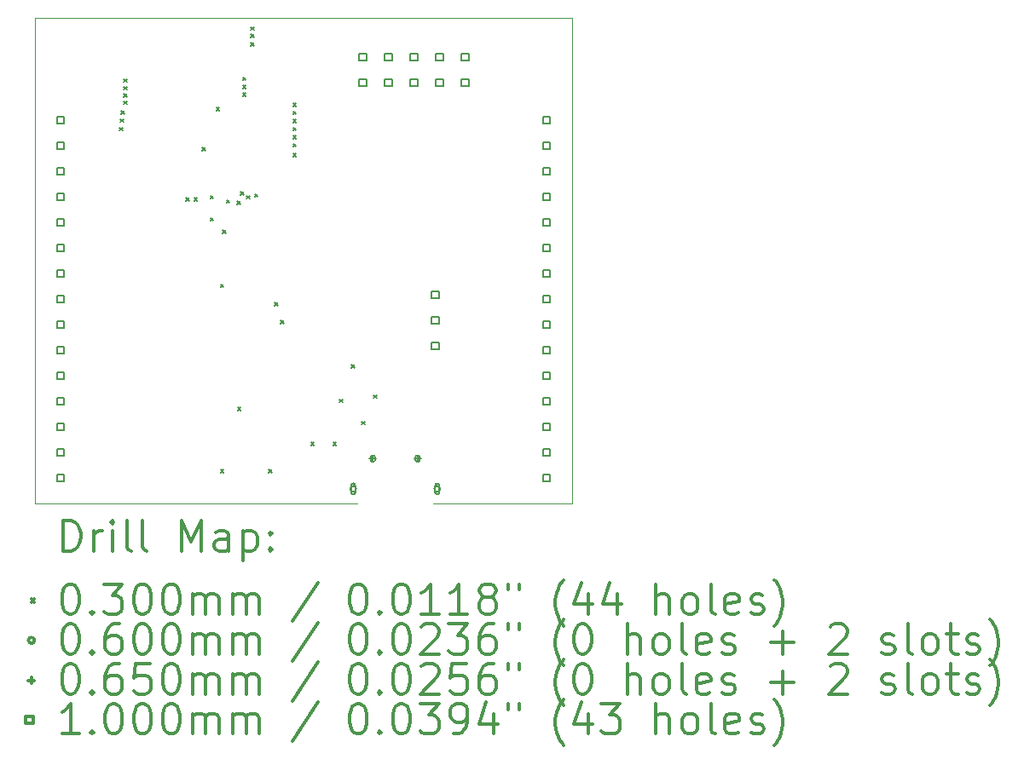
<source format=gbr>
%FSLAX45Y45*%
G04 Gerber Fmt 4.5, Leading zero omitted, Abs format (unit mm)*
G04 Created by KiCad (PCBNEW (5.1.10)-1) date 2021-12-04 16:45:13*
%MOMM*%
%LPD*%
G01*
G04 APERTURE LIST*
%TA.AperFunction,Profile*%
%ADD10C,0.038100*%
%TD*%
%ADD11C,0.200000*%
%ADD12C,0.300000*%
G04 APERTURE END LIST*
D10*
X6604000Y-10922000D02*
X6495000Y-10922000D01*
X5722000Y-10922000D02*
X5745000Y-10922000D01*
X5588000Y-10922000D02*
X5722000Y-10922000D01*
X2540000Y-10922000D02*
X5588000Y-10922000D01*
X7874000Y-10922000D02*
X6604000Y-10922000D01*
X7874000Y-6096000D02*
X7874000Y-10922000D01*
X2540000Y-6096000D02*
X7874000Y-6096000D01*
X2540000Y-10922000D02*
X2540000Y-6096000D01*
D11*
X3385000Y-7185000D02*
X3415000Y-7215000D01*
X3415000Y-7185000D02*
X3385000Y-7215000D01*
X3392158Y-7099829D02*
X3422158Y-7129829D01*
X3422158Y-7099829D02*
X3392158Y-7129829D01*
X3400497Y-7020497D02*
X3430497Y-7050497D01*
X3430497Y-7020497D02*
X3400497Y-7050497D01*
X3425000Y-6705000D02*
X3455000Y-6735000D01*
X3455000Y-6705000D02*
X3425000Y-6735000D01*
X3425000Y-6777700D02*
X3455000Y-6807700D01*
X3455000Y-6777700D02*
X3425000Y-6807700D01*
X3425000Y-6850401D02*
X3455000Y-6880401D01*
X3455000Y-6850401D02*
X3425000Y-6880401D01*
X3425000Y-6925000D02*
X3455000Y-6955000D01*
X3455000Y-6925000D02*
X3425000Y-6955000D01*
X4045000Y-7885000D02*
X4075000Y-7915000D01*
X4075000Y-7885000D02*
X4045000Y-7915000D01*
X4125000Y-7885000D02*
X4155000Y-7915000D01*
X4155000Y-7885000D02*
X4125000Y-7915000D01*
X4205000Y-7385000D02*
X4235000Y-7415000D01*
X4235000Y-7385000D02*
X4205000Y-7415000D01*
X4285000Y-7865000D02*
X4315000Y-7895000D01*
X4315000Y-7865000D02*
X4285000Y-7895000D01*
X4285000Y-8085000D02*
X4315000Y-8115000D01*
X4315000Y-8085000D02*
X4285000Y-8115000D01*
X4345000Y-6985000D02*
X4375000Y-7015000D01*
X4375000Y-6985000D02*
X4345000Y-7015000D01*
X4385000Y-8745000D02*
X4415000Y-8775000D01*
X4415000Y-8745000D02*
X4385000Y-8775000D01*
X4385000Y-10585000D02*
X4415000Y-10615000D01*
X4415000Y-10585000D02*
X4385000Y-10615000D01*
X4405000Y-8205000D02*
X4435000Y-8235000D01*
X4435000Y-8205000D02*
X4405000Y-8235000D01*
X4445000Y-7905000D02*
X4475000Y-7935000D01*
X4475000Y-7905000D02*
X4445000Y-7935000D01*
X4552355Y-7917645D02*
X4582355Y-7947645D01*
X4582355Y-7917645D02*
X4552355Y-7947645D01*
X4555000Y-9965000D02*
X4585000Y-9995000D01*
X4585000Y-9965000D02*
X4555000Y-9995000D01*
X4584510Y-7824673D02*
X4614510Y-7854673D01*
X4614510Y-7824673D02*
X4584510Y-7854673D01*
X4605000Y-6685000D02*
X4635000Y-6715000D01*
X4635000Y-6685000D02*
X4605000Y-6715000D01*
X4605000Y-6765000D02*
X4635000Y-6795000D01*
X4635000Y-6765000D02*
X4605000Y-6795000D01*
X4605000Y-6845000D02*
X4635000Y-6875000D01*
X4635000Y-6845000D02*
X4605000Y-6875000D01*
X4645000Y-7865000D02*
X4675000Y-7895000D01*
X4675000Y-7865000D02*
X4645000Y-7895000D01*
X4685000Y-6185000D02*
X4715000Y-6215000D01*
X4715000Y-6185000D02*
X4685000Y-6215000D01*
X4685000Y-6257700D02*
X4715000Y-6287700D01*
X4715000Y-6257700D02*
X4685000Y-6287700D01*
X4685000Y-6345000D02*
X4715000Y-6375000D01*
X4715000Y-6345000D02*
X4685000Y-6375000D01*
X4725000Y-7845000D02*
X4755000Y-7875000D01*
X4755000Y-7845000D02*
X4725000Y-7875000D01*
X4865000Y-10585000D02*
X4895000Y-10615000D01*
X4895000Y-10585000D02*
X4865000Y-10615000D01*
X4925000Y-8925000D02*
X4955000Y-8955000D01*
X4955000Y-8925000D02*
X4925000Y-8955000D01*
X4985000Y-9105000D02*
X5015000Y-9135000D01*
X5015000Y-9105000D02*
X4985000Y-9135000D01*
X5105000Y-6945000D02*
X5135000Y-6975000D01*
X5135000Y-6945000D02*
X5105000Y-6975000D01*
X5105000Y-7025000D02*
X5135000Y-7055000D01*
X5135000Y-7025000D02*
X5105000Y-7055000D01*
X5105000Y-7105000D02*
X5135000Y-7135000D01*
X5135000Y-7105000D02*
X5105000Y-7135000D01*
X5105000Y-7185000D02*
X5135000Y-7215000D01*
X5135000Y-7185000D02*
X5105000Y-7215000D01*
X5105000Y-7265000D02*
X5135000Y-7295000D01*
X5135000Y-7265000D02*
X5105000Y-7295000D01*
X5105000Y-7345000D02*
X5135000Y-7375000D01*
X5135000Y-7345000D02*
X5105000Y-7375000D01*
X5105000Y-7445000D02*
X5135000Y-7475000D01*
X5135000Y-7445000D02*
X5105000Y-7475000D01*
X5285000Y-10315000D02*
X5315000Y-10345000D01*
X5315000Y-10315000D02*
X5285000Y-10345000D01*
X5505000Y-10315000D02*
X5535000Y-10345000D01*
X5535000Y-10315000D02*
X5505000Y-10345000D01*
X5565000Y-9885000D02*
X5595000Y-9915000D01*
X5595000Y-9885000D02*
X5565000Y-9915000D01*
X5685000Y-9545000D02*
X5715000Y-9575000D01*
X5715000Y-9545000D02*
X5685000Y-9575000D01*
X5785000Y-10105000D02*
X5815000Y-10135000D01*
X5815000Y-10105000D02*
X5785000Y-10135000D01*
X5905000Y-9845000D02*
X5935000Y-9875000D01*
X5935000Y-9845000D02*
X5905000Y-9875000D01*
X5732500Y-10777000D02*
G75*
G03*
X5732500Y-10777000I-30000J0D01*
G01*
X5682500Y-10742000D02*
X5682500Y-10812000D01*
X5722500Y-10742000D02*
X5722500Y-10812000D01*
X5682500Y-10812000D02*
G75*
G03*
X5722500Y-10812000I20000J0D01*
G01*
X5722500Y-10742000D02*
G75*
G03*
X5682500Y-10742000I-20000J0D01*
G01*
X6567500Y-10777000D02*
G75*
G03*
X6567500Y-10777000I-30000J0D01*
G01*
X6517500Y-10742000D02*
X6517500Y-10812000D01*
X6557500Y-10742000D02*
X6557500Y-10812000D01*
X6517500Y-10812000D02*
G75*
G03*
X6557500Y-10812000I20000J0D01*
G01*
X6557500Y-10742000D02*
G75*
G03*
X6517500Y-10742000I-20000J0D01*
G01*
X5897500Y-10444500D02*
X5897500Y-10509500D01*
X5865000Y-10477000D02*
X5930000Y-10477000D01*
X5875000Y-10467000D02*
X5875000Y-10487000D01*
X5920000Y-10467000D02*
X5920000Y-10487000D01*
X5875000Y-10487000D02*
G75*
G03*
X5920000Y-10487000I22500J0D01*
G01*
X5920000Y-10467000D02*
G75*
G03*
X5875000Y-10467000I-22500J0D01*
G01*
X6342500Y-10444500D02*
X6342500Y-10509500D01*
X6310000Y-10477000D02*
X6375000Y-10477000D01*
X6320000Y-10467000D02*
X6320000Y-10487000D01*
X6365000Y-10467000D02*
X6365000Y-10487000D01*
X6320000Y-10487000D02*
G75*
G03*
X6365000Y-10487000I22500J0D01*
G01*
X6365000Y-10467000D02*
G75*
G03*
X6320000Y-10467000I-22500J0D01*
G01*
X2829356Y-7147356D02*
X2829356Y-7076644D01*
X2758644Y-7076644D01*
X2758644Y-7147356D01*
X2829356Y-7147356D01*
X2829356Y-7401356D02*
X2829356Y-7330644D01*
X2758644Y-7330644D01*
X2758644Y-7401356D01*
X2829356Y-7401356D01*
X2829356Y-7655356D02*
X2829356Y-7584644D01*
X2758644Y-7584644D01*
X2758644Y-7655356D01*
X2829356Y-7655356D01*
X2829356Y-7909356D02*
X2829356Y-7838644D01*
X2758644Y-7838644D01*
X2758644Y-7909356D01*
X2829356Y-7909356D01*
X2829356Y-8163356D02*
X2829356Y-8092644D01*
X2758644Y-8092644D01*
X2758644Y-8163356D01*
X2829356Y-8163356D01*
X2829356Y-8417356D02*
X2829356Y-8346644D01*
X2758644Y-8346644D01*
X2758644Y-8417356D01*
X2829356Y-8417356D01*
X2829356Y-8671356D02*
X2829356Y-8600644D01*
X2758644Y-8600644D01*
X2758644Y-8671356D01*
X2829356Y-8671356D01*
X2829356Y-8925356D02*
X2829356Y-8854644D01*
X2758644Y-8854644D01*
X2758644Y-8925356D01*
X2829356Y-8925356D01*
X2829356Y-9179356D02*
X2829356Y-9108644D01*
X2758644Y-9108644D01*
X2758644Y-9179356D01*
X2829356Y-9179356D01*
X2829356Y-9433356D02*
X2829356Y-9362644D01*
X2758644Y-9362644D01*
X2758644Y-9433356D01*
X2829356Y-9433356D01*
X2829356Y-9687356D02*
X2829356Y-9616644D01*
X2758644Y-9616644D01*
X2758644Y-9687356D01*
X2829356Y-9687356D01*
X2829356Y-9941356D02*
X2829356Y-9870644D01*
X2758644Y-9870644D01*
X2758644Y-9941356D01*
X2829356Y-9941356D01*
X2829356Y-10195356D02*
X2829356Y-10124644D01*
X2758644Y-10124644D01*
X2758644Y-10195356D01*
X2829356Y-10195356D01*
X2829356Y-10449356D02*
X2829356Y-10378644D01*
X2758644Y-10378644D01*
X2758644Y-10449356D01*
X2829356Y-10449356D01*
X2829356Y-10703356D02*
X2829356Y-10632644D01*
X2758644Y-10632644D01*
X2758644Y-10703356D01*
X2829356Y-10703356D01*
X5833356Y-6521356D02*
X5833356Y-6450644D01*
X5762644Y-6450644D01*
X5762644Y-6521356D01*
X5833356Y-6521356D01*
X5833356Y-6775356D02*
X5833356Y-6704644D01*
X5762644Y-6704644D01*
X5762644Y-6775356D01*
X5833356Y-6775356D01*
X6087356Y-6521356D02*
X6087356Y-6450644D01*
X6016644Y-6450644D01*
X6016644Y-6521356D01*
X6087356Y-6521356D01*
X6087356Y-6775356D02*
X6087356Y-6704644D01*
X6016644Y-6704644D01*
X6016644Y-6775356D01*
X6087356Y-6775356D01*
X6341356Y-6521356D02*
X6341356Y-6450644D01*
X6270644Y-6450644D01*
X6270644Y-6521356D01*
X6341356Y-6521356D01*
X6341356Y-6775356D02*
X6341356Y-6704644D01*
X6270644Y-6704644D01*
X6270644Y-6775356D01*
X6341356Y-6775356D01*
X6553356Y-8885356D02*
X6553356Y-8814644D01*
X6482644Y-8814644D01*
X6482644Y-8885356D01*
X6553356Y-8885356D01*
X6553356Y-9139356D02*
X6553356Y-9068644D01*
X6482644Y-9068644D01*
X6482644Y-9139356D01*
X6553356Y-9139356D01*
X6553356Y-9393356D02*
X6553356Y-9322644D01*
X6482644Y-9322644D01*
X6482644Y-9393356D01*
X6553356Y-9393356D01*
X6595356Y-6521356D02*
X6595356Y-6450644D01*
X6524644Y-6450644D01*
X6524644Y-6521356D01*
X6595356Y-6521356D01*
X6595356Y-6775356D02*
X6595356Y-6704644D01*
X6524644Y-6704644D01*
X6524644Y-6775356D01*
X6595356Y-6775356D01*
X6849356Y-6521356D02*
X6849356Y-6450644D01*
X6778644Y-6450644D01*
X6778644Y-6521356D01*
X6849356Y-6521356D01*
X6849356Y-6775356D02*
X6849356Y-6704644D01*
X6778644Y-6704644D01*
X6778644Y-6775356D01*
X6849356Y-6775356D01*
X7655356Y-7147356D02*
X7655356Y-7076644D01*
X7584644Y-7076644D01*
X7584644Y-7147356D01*
X7655356Y-7147356D01*
X7655356Y-7401356D02*
X7655356Y-7330644D01*
X7584644Y-7330644D01*
X7584644Y-7401356D01*
X7655356Y-7401356D01*
X7655356Y-7655356D02*
X7655356Y-7584644D01*
X7584644Y-7584644D01*
X7584644Y-7655356D01*
X7655356Y-7655356D01*
X7655356Y-7909356D02*
X7655356Y-7838644D01*
X7584644Y-7838644D01*
X7584644Y-7909356D01*
X7655356Y-7909356D01*
X7655356Y-8163356D02*
X7655356Y-8092644D01*
X7584644Y-8092644D01*
X7584644Y-8163356D01*
X7655356Y-8163356D01*
X7655356Y-8417356D02*
X7655356Y-8346644D01*
X7584644Y-8346644D01*
X7584644Y-8417356D01*
X7655356Y-8417356D01*
X7655356Y-8671356D02*
X7655356Y-8600644D01*
X7584644Y-8600644D01*
X7584644Y-8671356D01*
X7655356Y-8671356D01*
X7655356Y-8925356D02*
X7655356Y-8854644D01*
X7584644Y-8854644D01*
X7584644Y-8925356D01*
X7655356Y-8925356D01*
X7655356Y-9179356D02*
X7655356Y-9108644D01*
X7584644Y-9108644D01*
X7584644Y-9179356D01*
X7655356Y-9179356D01*
X7655356Y-9433356D02*
X7655356Y-9362644D01*
X7584644Y-9362644D01*
X7584644Y-9433356D01*
X7655356Y-9433356D01*
X7655356Y-9687356D02*
X7655356Y-9616644D01*
X7584644Y-9616644D01*
X7584644Y-9687356D01*
X7655356Y-9687356D01*
X7655356Y-9941356D02*
X7655356Y-9870644D01*
X7584644Y-9870644D01*
X7584644Y-9941356D01*
X7655356Y-9941356D01*
X7655356Y-10195356D02*
X7655356Y-10124644D01*
X7584644Y-10124644D01*
X7584644Y-10195356D01*
X7655356Y-10195356D01*
X7655356Y-10449356D02*
X7655356Y-10378644D01*
X7584644Y-10378644D01*
X7584644Y-10449356D01*
X7655356Y-10449356D01*
X7655356Y-10703356D02*
X7655356Y-10632644D01*
X7584644Y-10632644D01*
X7584644Y-10703356D01*
X7655356Y-10703356D01*
D12*
X2824523Y-11392714D02*
X2824523Y-11092714D01*
X2895952Y-11092714D01*
X2938809Y-11107000D01*
X2967381Y-11135572D01*
X2981666Y-11164143D01*
X2995952Y-11221286D01*
X2995952Y-11264143D01*
X2981666Y-11321286D01*
X2967381Y-11349857D01*
X2938809Y-11378429D01*
X2895952Y-11392714D01*
X2824523Y-11392714D01*
X3124523Y-11392714D02*
X3124523Y-11192714D01*
X3124523Y-11249857D02*
X3138809Y-11221286D01*
X3153095Y-11207000D01*
X3181666Y-11192714D01*
X3210238Y-11192714D01*
X3310238Y-11392714D02*
X3310238Y-11192714D01*
X3310238Y-11092714D02*
X3295952Y-11107000D01*
X3310238Y-11121286D01*
X3324523Y-11107000D01*
X3310238Y-11092714D01*
X3310238Y-11121286D01*
X3495952Y-11392714D02*
X3467381Y-11378429D01*
X3453095Y-11349857D01*
X3453095Y-11092714D01*
X3653095Y-11392714D02*
X3624523Y-11378429D01*
X3610238Y-11349857D01*
X3610238Y-11092714D01*
X3995952Y-11392714D02*
X3995952Y-11092714D01*
X4095952Y-11307000D01*
X4195952Y-11092714D01*
X4195952Y-11392714D01*
X4467381Y-11392714D02*
X4467381Y-11235571D01*
X4453095Y-11207000D01*
X4424523Y-11192714D01*
X4367381Y-11192714D01*
X4338809Y-11207000D01*
X4467381Y-11378429D02*
X4438809Y-11392714D01*
X4367381Y-11392714D01*
X4338809Y-11378429D01*
X4324523Y-11349857D01*
X4324523Y-11321286D01*
X4338809Y-11292714D01*
X4367381Y-11278429D01*
X4438809Y-11278429D01*
X4467381Y-11264143D01*
X4610238Y-11192714D02*
X4610238Y-11492714D01*
X4610238Y-11207000D02*
X4638809Y-11192714D01*
X4695952Y-11192714D01*
X4724523Y-11207000D01*
X4738809Y-11221286D01*
X4753095Y-11249857D01*
X4753095Y-11335571D01*
X4738809Y-11364143D01*
X4724523Y-11378429D01*
X4695952Y-11392714D01*
X4638809Y-11392714D01*
X4610238Y-11378429D01*
X4881666Y-11364143D02*
X4895952Y-11378429D01*
X4881666Y-11392714D01*
X4867381Y-11378429D01*
X4881666Y-11364143D01*
X4881666Y-11392714D01*
X4881666Y-11207000D02*
X4895952Y-11221286D01*
X4881666Y-11235571D01*
X4867381Y-11221286D01*
X4881666Y-11207000D01*
X4881666Y-11235571D01*
X2508095Y-11872000D02*
X2538095Y-11902000D01*
X2538095Y-11872000D02*
X2508095Y-11902000D01*
X2881666Y-11722714D02*
X2910238Y-11722714D01*
X2938809Y-11737000D01*
X2953095Y-11751286D01*
X2967381Y-11779857D01*
X2981666Y-11837000D01*
X2981666Y-11908429D01*
X2967381Y-11965571D01*
X2953095Y-11994143D01*
X2938809Y-12008429D01*
X2910238Y-12022714D01*
X2881666Y-12022714D01*
X2853095Y-12008429D01*
X2838809Y-11994143D01*
X2824523Y-11965571D01*
X2810238Y-11908429D01*
X2810238Y-11837000D01*
X2824523Y-11779857D01*
X2838809Y-11751286D01*
X2853095Y-11737000D01*
X2881666Y-11722714D01*
X3110238Y-11994143D02*
X3124523Y-12008429D01*
X3110238Y-12022714D01*
X3095952Y-12008429D01*
X3110238Y-11994143D01*
X3110238Y-12022714D01*
X3224523Y-11722714D02*
X3410238Y-11722714D01*
X3310238Y-11837000D01*
X3353095Y-11837000D01*
X3381666Y-11851286D01*
X3395952Y-11865571D01*
X3410238Y-11894143D01*
X3410238Y-11965571D01*
X3395952Y-11994143D01*
X3381666Y-12008429D01*
X3353095Y-12022714D01*
X3267381Y-12022714D01*
X3238809Y-12008429D01*
X3224523Y-11994143D01*
X3595952Y-11722714D02*
X3624523Y-11722714D01*
X3653095Y-11737000D01*
X3667381Y-11751286D01*
X3681666Y-11779857D01*
X3695952Y-11837000D01*
X3695952Y-11908429D01*
X3681666Y-11965571D01*
X3667381Y-11994143D01*
X3653095Y-12008429D01*
X3624523Y-12022714D01*
X3595952Y-12022714D01*
X3567381Y-12008429D01*
X3553095Y-11994143D01*
X3538809Y-11965571D01*
X3524523Y-11908429D01*
X3524523Y-11837000D01*
X3538809Y-11779857D01*
X3553095Y-11751286D01*
X3567381Y-11737000D01*
X3595952Y-11722714D01*
X3881666Y-11722714D02*
X3910238Y-11722714D01*
X3938809Y-11737000D01*
X3953095Y-11751286D01*
X3967381Y-11779857D01*
X3981666Y-11837000D01*
X3981666Y-11908429D01*
X3967381Y-11965571D01*
X3953095Y-11994143D01*
X3938809Y-12008429D01*
X3910238Y-12022714D01*
X3881666Y-12022714D01*
X3853095Y-12008429D01*
X3838809Y-11994143D01*
X3824523Y-11965571D01*
X3810238Y-11908429D01*
X3810238Y-11837000D01*
X3824523Y-11779857D01*
X3838809Y-11751286D01*
X3853095Y-11737000D01*
X3881666Y-11722714D01*
X4110238Y-12022714D02*
X4110238Y-11822714D01*
X4110238Y-11851286D02*
X4124523Y-11837000D01*
X4153095Y-11822714D01*
X4195952Y-11822714D01*
X4224523Y-11837000D01*
X4238809Y-11865571D01*
X4238809Y-12022714D01*
X4238809Y-11865571D02*
X4253095Y-11837000D01*
X4281666Y-11822714D01*
X4324523Y-11822714D01*
X4353095Y-11837000D01*
X4367381Y-11865571D01*
X4367381Y-12022714D01*
X4510238Y-12022714D02*
X4510238Y-11822714D01*
X4510238Y-11851286D02*
X4524523Y-11837000D01*
X4553095Y-11822714D01*
X4595952Y-11822714D01*
X4624523Y-11837000D01*
X4638809Y-11865571D01*
X4638809Y-12022714D01*
X4638809Y-11865571D02*
X4653095Y-11837000D01*
X4681666Y-11822714D01*
X4724523Y-11822714D01*
X4753095Y-11837000D01*
X4767381Y-11865571D01*
X4767381Y-12022714D01*
X5353095Y-11708429D02*
X5095952Y-12094143D01*
X5738809Y-11722714D02*
X5767381Y-11722714D01*
X5795952Y-11737000D01*
X5810238Y-11751286D01*
X5824523Y-11779857D01*
X5838809Y-11837000D01*
X5838809Y-11908429D01*
X5824523Y-11965571D01*
X5810238Y-11994143D01*
X5795952Y-12008429D01*
X5767381Y-12022714D01*
X5738809Y-12022714D01*
X5710238Y-12008429D01*
X5695952Y-11994143D01*
X5681666Y-11965571D01*
X5667381Y-11908429D01*
X5667381Y-11837000D01*
X5681666Y-11779857D01*
X5695952Y-11751286D01*
X5710238Y-11737000D01*
X5738809Y-11722714D01*
X5967381Y-11994143D02*
X5981666Y-12008429D01*
X5967381Y-12022714D01*
X5953095Y-12008429D01*
X5967381Y-11994143D01*
X5967381Y-12022714D01*
X6167381Y-11722714D02*
X6195952Y-11722714D01*
X6224523Y-11737000D01*
X6238809Y-11751286D01*
X6253095Y-11779857D01*
X6267381Y-11837000D01*
X6267381Y-11908429D01*
X6253095Y-11965571D01*
X6238809Y-11994143D01*
X6224523Y-12008429D01*
X6195952Y-12022714D01*
X6167381Y-12022714D01*
X6138809Y-12008429D01*
X6124523Y-11994143D01*
X6110238Y-11965571D01*
X6095952Y-11908429D01*
X6095952Y-11837000D01*
X6110238Y-11779857D01*
X6124523Y-11751286D01*
X6138809Y-11737000D01*
X6167381Y-11722714D01*
X6553095Y-12022714D02*
X6381666Y-12022714D01*
X6467381Y-12022714D02*
X6467381Y-11722714D01*
X6438809Y-11765571D01*
X6410238Y-11794143D01*
X6381666Y-11808429D01*
X6838809Y-12022714D02*
X6667381Y-12022714D01*
X6753095Y-12022714D02*
X6753095Y-11722714D01*
X6724523Y-11765571D01*
X6695952Y-11794143D01*
X6667381Y-11808429D01*
X7010238Y-11851286D02*
X6981666Y-11837000D01*
X6967381Y-11822714D01*
X6953095Y-11794143D01*
X6953095Y-11779857D01*
X6967381Y-11751286D01*
X6981666Y-11737000D01*
X7010238Y-11722714D01*
X7067381Y-11722714D01*
X7095952Y-11737000D01*
X7110238Y-11751286D01*
X7124523Y-11779857D01*
X7124523Y-11794143D01*
X7110238Y-11822714D01*
X7095952Y-11837000D01*
X7067381Y-11851286D01*
X7010238Y-11851286D01*
X6981666Y-11865571D01*
X6967381Y-11879857D01*
X6953095Y-11908429D01*
X6953095Y-11965571D01*
X6967381Y-11994143D01*
X6981666Y-12008429D01*
X7010238Y-12022714D01*
X7067381Y-12022714D01*
X7095952Y-12008429D01*
X7110238Y-11994143D01*
X7124523Y-11965571D01*
X7124523Y-11908429D01*
X7110238Y-11879857D01*
X7095952Y-11865571D01*
X7067381Y-11851286D01*
X7238809Y-11722714D02*
X7238809Y-11779857D01*
X7353095Y-11722714D02*
X7353095Y-11779857D01*
X7795952Y-12137000D02*
X7781666Y-12122714D01*
X7753095Y-12079857D01*
X7738809Y-12051286D01*
X7724523Y-12008429D01*
X7710238Y-11937000D01*
X7710238Y-11879857D01*
X7724523Y-11808429D01*
X7738809Y-11765571D01*
X7753095Y-11737000D01*
X7781666Y-11694143D01*
X7795952Y-11679857D01*
X8038809Y-11822714D02*
X8038809Y-12022714D01*
X7967381Y-11708429D02*
X7895952Y-11922714D01*
X8081666Y-11922714D01*
X8324523Y-11822714D02*
X8324523Y-12022714D01*
X8253095Y-11708429D02*
X8181666Y-11922714D01*
X8367381Y-11922714D01*
X8710238Y-12022714D02*
X8710238Y-11722714D01*
X8838809Y-12022714D02*
X8838809Y-11865571D01*
X8824523Y-11837000D01*
X8795952Y-11822714D01*
X8753095Y-11822714D01*
X8724523Y-11837000D01*
X8710238Y-11851286D01*
X9024523Y-12022714D02*
X8995952Y-12008429D01*
X8981666Y-11994143D01*
X8967381Y-11965571D01*
X8967381Y-11879857D01*
X8981666Y-11851286D01*
X8995952Y-11837000D01*
X9024523Y-11822714D01*
X9067381Y-11822714D01*
X9095952Y-11837000D01*
X9110238Y-11851286D01*
X9124523Y-11879857D01*
X9124523Y-11965571D01*
X9110238Y-11994143D01*
X9095952Y-12008429D01*
X9067381Y-12022714D01*
X9024523Y-12022714D01*
X9295952Y-12022714D02*
X9267381Y-12008429D01*
X9253095Y-11979857D01*
X9253095Y-11722714D01*
X9524523Y-12008429D02*
X9495952Y-12022714D01*
X9438809Y-12022714D01*
X9410238Y-12008429D01*
X9395952Y-11979857D01*
X9395952Y-11865571D01*
X9410238Y-11837000D01*
X9438809Y-11822714D01*
X9495952Y-11822714D01*
X9524523Y-11837000D01*
X9538809Y-11865571D01*
X9538809Y-11894143D01*
X9395952Y-11922714D01*
X9653095Y-12008429D02*
X9681666Y-12022714D01*
X9738809Y-12022714D01*
X9767381Y-12008429D01*
X9781666Y-11979857D01*
X9781666Y-11965571D01*
X9767381Y-11937000D01*
X9738809Y-11922714D01*
X9695952Y-11922714D01*
X9667381Y-11908429D01*
X9653095Y-11879857D01*
X9653095Y-11865571D01*
X9667381Y-11837000D01*
X9695952Y-11822714D01*
X9738809Y-11822714D01*
X9767381Y-11837000D01*
X9881666Y-12137000D02*
X9895952Y-12122714D01*
X9924523Y-12079857D01*
X9938809Y-12051286D01*
X9953095Y-12008429D01*
X9967381Y-11937000D01*
X9967381Y-11879857D01*
X9953095Y-11808429D01*
X9938809Y-11765571D01*
X9924523Y-11737000D01*
X9895952Y-11694143D01*
X9881666Y-11679857D01*
X2538095Y-12283000D02*
G75*
G03*
X2538095Y-12283000I-30000J0D01*
G01*
X2881666Y-12118714D02*
X2910238Y-12118714D01*
X2938809Y-12133000D01*
X2953095Y-12147286D01*
X2967381Y-12175857D01*
X2981666Y-12233000D01*
X2981666Y-12304429D01*
X2967381Y-12361571D01*
X2953095Y-12390143D01*
X2938809Y-12404429D01*
X2910238Y-12418714D01*
X2881666Y-12418714D01*
X2853095Y-12404429D01*
X2838809Y-12390143D01*
X2824523Y-12361571D01*
X2810238Y-12304429D01*
X2810238Y-12233000D01*
X2824523Y-12175857D01*
X2838809Y-12147286D01*
X2853095Y-12133000D01*
X2881666Y-12118714D01*
X3110238Y-12390143D02*
X3124523Y-12404429D01*
X3110238Y-12418714D01*
X3095952Y-12404429D01*
X3110238Y-12390143D01*
X3110238Y-12418714D01*
X3381666Y-12118714D02*
X3324523Y-12118714D01*
X3295952Y-12133000D01*
X3281666Y-12147286D01*
X3253095Y-12190143D01*
X3238809Y-12247286D01*
X3238809Y-12361571D01*
X3253095Y-12390143D01*
X3267381Y-12404429D01*
X3295952Y-12418714D01*
X3353095Y-12418714D01*
X3381666Y-12404429D01*
X3395952Y-12390143D01*
X3410238Y-12361571D01*
X3410238Y-12290143D01*
X3395952Y-12261571D01*
X3381666Y-12247286D01*
X3353095Y-12233000D01*
X3295952Y-12233000D01*
X3267381Y-12247286D01*
X3253095Y-12261571D01*
X3238809Y-12290143D01*
X3595952Y-12118714D02*
X3624523Y-12118714D01*
X3653095Y-12133000D01*
X3667381Y-12147286D01*
X3681666Y-12175857D01*
X3695952Y-12233000D01*
X3695952Y-12304429D01*
X3681666Y-12361571D01*
X3667381Y-12390143D01*
X3653095Y-12404429D01*
X3624523Y-12418714D01*
X3595952Y-12418714D01*
X3567381Y-12404429D01*
X3553095Y-12390143D01*
X3538809Y-12361571D01*
X3524523Y-12304429D01*
X3524523Y-12233000D01*
X3538809Y-12175857D01*
X3553095Y-12147286D01*
X3567381Y-12133000D01*
X3595952Y-12118714D01*
X3881666Y-12118714D02*
X3910238Y-12118714D01*
X3938809Y-12133000D01*
X3953095Y-12147286D01*
X3967381Y-12175857D01*
X3981666Y-12233000D01*
X3981666Y-12304429D01*
X3967381Y-12361571D01*
X3953095Y-12390143D01*
X3938809Y-12404429D01*
X3910238Y-12418714D01*
X3881666Y-12418714D01*
X3853095Y-12404429D01*
X3838809Y-12390143D01*
X3824523Y-12361571D01*
X3810238Y-12304429D01*
X3810238Y-12233000D01*
X3824523Y-12175857D01*
X3838809Y-12147286D01*
X3853095Y-12133000D01*
X3881666Y-12118714D01*
X4110238Y-12418714D02*
X4110238Y-12218714D01*
X4110238Y-12247286D02*
X4124523Y-12233000D01*
X4153095Y-12218714D01*
X4195952Y-12218714D01*
X4224523Y-12233000D01*
X4238809Y-12261571D01*
X4238809Y-12418714D01*
X4238809Y-12261571D02*
X4253095Y-12233000D01*
X4281666Y-12218714D01*
X4324523Y-12218714D01*
X4353095Y-12233000D01*
X4367381Y-12261571D01*
X4367381Y-12418714D01*
X4510238Y-12418714D02*
X4510238Y-12218714D01*
X4510238Y-12247286D02*
X4524523Y-12233000D01*
X4553095Y-12218714D01*
X4595952Y-12218714D01*
X4624523Y-12233000D01*
X4638809Y-12261571D01*
X4638809Y-12418714D01*
X4638809Y-12261571D02*
X4653095Y-12233000D01*
X4681666Y-12218714D01*
X4724523Y-12218714D01*
X4753095Y-12233000D01*
X4767381Y-12261571D01*
X4767381Y-12418714D01*
X5353095Y-12104429D02*
X5095952Y-12490143D01*
X5738809Y-12118714D02*
X5767381Y-12118714D01*
X5795952Y-12133000D01*
X5810238Y-12147286D01*
X5824523Y-12175857D01*
X5838809Y-12233000D01*
X5838809Y-12304429D01*
X5824523Y-12361571D01*
X5810238Y-12390143D01*
X5795952Y-12404429D01*
X5767381Y-12418714D01*
X5738809Y-12418714D01*
X5710238Y-12404429D01*
X5695952Y-12390143D01*
X5681666Y-12361571D01*
X5667381Y-12304429D01*
X5667381Y-12233000D01*
X5681666Y-12175857D01*
X5695952Y-12147286D01*
X5710238Y-12133000D01*
X5738809Y-12118714D01*
X5967381Y-12390143D02*
X5981666Y-12404429D01*
X5967381Y-12418714D01*
X5953095Y-12404429D01*
X5967381Y-12390143D01*
X5967381Y-12418714D01*
X6167381Y-12118714D02*
X6195952Y-12118714D01*
X6224523Y-12133000D01*
X6238809Y-12147286D01*
X6253095Y-12175857D01*
X6267381Y-12233000D01*
X6267381Y-12304429D01*
X6253095Y-12361571D01*
X6238809Y-12390143D01*
X6224523Y-12404429D01*
X6195952Y-12418714D01*
X6167381Y-12418714D01*
X6138809Y-12404429D01*
X6124523Y-12390143D01*
X6110238Y-12361571D01*
X6095952Y-12304429D01*
X6095952Y-12233000D01*
X6110238Y-12175857D01*
X6124523Y-12147286D01*
X6138809Y-12133000D01*
X6167381Y-12118714D01*
X6381666Y-12147286D02*
X6395952Y-12133000D01*
X6424523Y-12118714D01*
X6495952Y-12118714D01*
X6524523Y-12133000D01*
X6538809Y-12147286D01*
X6553095Y-12175857D01*
X6553095Y-12204429D01*
X6538809Y-12247286D01*
X6367381Y-12418714D01*
X6553095Y-12418714D01*
X6653095Y-12118714D02*
X6838809Y-12118714D01*
X6738809Y-12233000D01*
X6781666Y-12233000D01*
X6810238Y-12247286D01*
X6824523Y-12261571D01*
X6838809Y-12290143D01*
X6838809Y-12361571D01*
X6824523Y-12390143D01*
X6810238Y-12404429D01*
X6781666Y-12418714D01*
X6695952Y-12418714D01*
X6667381Y-12404429D01*
X6653095Y-12390143D01*
X7095952Y-12118714D02*
X7038809Y-12118714D01*
X7010238Y-12133000D01*
X6995952Y-12147286D01*
X6967381Y-12190143D01*
X6953095Y-12247286D01*
X6953095Y-12361571D01*
X6967381Y-12390143D01*
X6981666Y-12404429D01*
X7010238Y-12418714D01*
X7067381Y-12418714D01*
X7095952Y-12404429D01*
X7110238Y-12390143D01*
X7124523Y-12361571D01*
X7124523Y-12290143D01*
X7110238Y-12261571D01*
X7095952Y-12247286D01*
X7067381Y-12233000D01*
X7010238Y-12233000D01*
X6981666Y-12247286D01*
X6967381Y-12261571D01*
X6953095Y-12290143D01*
X7238809Y-12118714D02*
X7238809Y-12175857D01*
X7353095Y-12118714D02*
X7353095Y-12175857D01*
X7795952Y-12533000D02*
X7781666Y-12518714D01*
X7753095Y-12475857D01*
X7738809Y-12447286D01*
X7724523Y-12404429D01*
X7710238Y-12333000D01*
X7710238Y-12275857D01*
X7724523Y-12204429D01*
X7738809Y-12161571D01*
X7753095Y-12133000D01*
X7781666Y-12090143D01*
X7795952Y-12075857D01*
X7967381Y-12118714D02*
X7995952Y-12118714D01*
X8024523Y-12133000D01*
X8038809Y-12147286D01*
X8053095Y-12175857D01*
X8067381Y-12233000D01*
X8067381Y-12304429D01*
X8053095Y-12361571D01*
X8038809Y-12390143D01*
X8024523Y-12404429D01*
X7995952Y-12418714D01*
X7967381Y-12418714D01*
X7938809Y-12404429D01*
X7924523Y-12390143D01*
X7910238Y-12361571D01*
X7895952Y-12304429D01*
X7895952Y-12233000D01*
X7910238Y-12175857D01*
X7924523Y-12147286D01*
X7938809Y-12133000D01*
X7967381Y-12118714D01*
X8424523Y-12418714D02*
X8424523Y-12118714D01*
X8553095Y-12418714D02*
X8553095Y-12261571D01*
X8538809Y-12233000D01*
X8510238Y-12218714D01*
X8467381Y-12218714D01*
X8438809Y-12233000D01*
X8424523Y-12247286D01*
X8738809Y-12418714D02*
X8710238Y-12404429D01*
X8695952Y-12390143D01*
X8681666Y-12361571D01*
X8681666Y-12275857D01*
X8695952Y-12247286D01*
X8710238Y-12233000D01*
X8738809Y-12218714D01*
X8781666Y-12218714D01*
X8810238Y-12233000D01*
X8824523Y-12247286D01*
X8838809Y-12275857D01*
X8838809Y-12361571D01*
X8824523Y-12390143D01*
X8810238Y-12404429D01*
X8781666Y-12418714D01*
X8738809Y-12418714D01*
X9010238Y-12418714D02*
X8981666Y-12404429D01*
X8967381Y-12375857D01*
X8967381Y-12118714D01*
X9238809Y-12404429D02*
X9210238Y-12418714D01*
X9153095Y-12418714D01*
X9124523Y-12404429D01*
X9110238Y-12375857D01*
X9110238Y-12261571D01*
X9124523Y-12233000D01*
X9153095Y-12218714D01*
X9210238Y-12218714D01*
X9238809Y-12233000D01*
X9253095Y-12261571D01*
X9253095Y-12290143D01*
X9110238Y-12318714D01*
X9367381Y-12404429D02*
X9395952Y-12418714D01*
X9453095Y-12418714D01*
X9481666Y-12404429D01*
X9495952Y-12375857D01*
X9495952Y-12361571D01*
X9481666Y-12333000D01*
X9453095Y-12318714D01*
X9410238Y-12318714D01*
X9381666Y-12304429D01*
X9367381Y-12275857D01*
X9367381Y-12261571D01*
X9381666Y-12233000D01*
X9410238Y-12218714D01*
X9453095Y-12218714D01*
X9481666Y-12233000D01*
X9853095Y-12304429D02*
X10081666Y-12304429D01*
X9967381Y-12418714D02*
X9967381Y-12190143D01*
X10438809Y-12147286D02*
X10453095Y-12133000D01*
X10481666Y-12118714D01*
X10553095Y-12118714D01*
X10581666Y-12133000D01*
X10595952Y-12147286D01*
X10610238Y-12175857D01*
X10610238Y-12204429D01*
X10595952Y-12247286D01*
X10424523Y-12418714D01*
X10610238Y-12418714D01*
X10953095Y-12404429D02*
X10981666Y-12418714D01*
X11038809Y-12418714D01*
X11067381Y-12404429D01*
X11081666Y-12375857D01*
X11081666Y-12361571D01*
X11067381Y-12333000D01*
X11038809Y-12318714D01*
X10995952Y-12318714D01*
X10967381Y-12304429D01*
X10953095Y-12275857D01*
X10953095Y-12261571D01*
X10967381Y-12233000D01*
X10995952Y-12218714D01*
X11038809Y-12218714D01*
X11067381Y-12233000D01*
X11253095Y-12418714D02*
X11224523Y-12404429D01*
X11210238Y-12375857D01*
X11210238Y-12118714D01*
X11410238Y-12418714D02*
X11381666Y-12404429D01*
X11367381Y-12390143D01*
X11353095Y-12361571D01*
X11353095Y-12275857D01*
X11367381Y-12247286D01*
X11381666Y-12233000D01*
X11410238Y-12218714D01*
X11453095Y-12218714D01*
X11481666Y-12233000D01*
X11495952Y-12247286D01*
X11510238Y-12275857D01*
X11510238Y-12361571D01*
X11495952Y-12390143D01*
X11481666Y-12404429D01*
X11453095Y-12418714D01*
X11410238Y-12418714D01*
X11595952Y-12218714D02*
X11710238Y-12218714D01*
X11638809Y-12118714D02*
X11638809Y-12375857D01*
X11653095Y-12404429D01*
X11681666Y-12418714D01*
X11710238Y-12418714D01*
X11795952Y-12404429D02*
X11824523Y-12418714D01*
X11881666Y-12418714D01*
X11910238Y-12404429D01*
X11924523Y-12375857D01*
X11924523Y-12361571D01*
X11910238Y-12333000D01*
X11881666Y-12318714D01*
X11838809Y-12318714D01*
X11810238Y-12304429D01*
X11795952Y-12275857D01*
X11795952Y-12261571D01*
X11810238Y-12233000D01*
X11838809Y-12218714D01*
X11881666Y-12218714D01*
X11910238Y-12233000D01*
X12024523Y-12533000D02*
X12038809Y-12518714D01*
X12067381Y-12475857D01*
X12081666Y-12447286D01*
X12095952Y-12404429D01*
X12110238Y-12333000D01*
X12110238Y-12275857D01*
X12095952Y-12204429D01*
X12081666Y-12161571D01*
X12067381Y-12133000D01*
X12038809Y-12090143D01*
X12024523Y-12075857D01*
X2505595Y-12646500D02*
X2505595Y-12711500D01*
X2473095Y-12679000D02*
X2538095Y-12679000D01*
X2881666Y-12514714D02*
X2910238Y-12514714D01*
X2938809Y-12529000D01*
X2953095Y-12543286D01*
X2967381Y-12571857D01*
X2981666Y-12629000D01*
X2981666Y-12700429D01*
X2967381Y-12757571D01*
X2953095Y-12786143D01*
X2938809Y-12800429D01*
X2910238Y-12814714D01*
X2881666Y-12814714D01*
X2853095Y-12800429D01*
X2838809Y-12786143D01*
X2824523Y-12757571D01*
X2810238Y-12700429D01*
X2810238Y-12629000D01*
X2824523Y-12571857D01*
X2838809Y-12543286D01*
X2853095Y-12529000D01*
X2881666Y-12514714D01*
X3110238Y-12786143D02*
X3124523Y-12800429D01*
X3110238Y-12814714D01*
X3095952Y-12800429D01*
X3110238Y-12786143D01*
X3110238Y-12814714D01*
X3381666Y-12514714D02*
X3324523Y-12514714D01*
X3295952Y-12529000D01*
X3281666Y-12543286D01*
X3253095Y-12586143D01*
X3238809Y-12643286D01*
X3238809Y-12757571D01*
X3253095Y-12786143D01*
X3267381Y-12800429D01*
X3295952Y-12814714D01*
X3353095Y-12814714D01*
X3381666Y-12800429D01*
X3395952Y-12786143D01*
X3410238Y-12757571D01*
X3410238Y-12686143D01*
X3395952Y-12657571D01*
X3381666Y-12643286D01*
X3353095Y-12629000D01*
X3295952Y-12629000D01*
X3267381Y-12643286D01*
X3253095Y-12657571D01*
X3238809Y-12686143D01*
X3681666Y-12514714D02*
X3538809Y-12514714D01*
X3524523Y-12657571D01*
X3538809Y-12643286D01*
X3567381Y-12629000D01*
X3638809Y-12629000D01*
X3667381Y-12643286D01*
X3681666Y-12657571D01*
X3695952Y-12686143D01*
X3695952Y-12757571D01*
X3681666Y-12786143D01*
X3667381Y-12800429D01*
X3638809Y-12814714D01*
X3567381Y-12814714D01*
X3538809Y-12800429D01*
X3524523Y-12786143D01*
X3881666Y-12514714D02*
X3910238Y-12514714D01*
X3938809Y-12529000D01*
X3953095Y-12543286D01*
X3967381Y-12571857D01*
X3981666Y-12629000D01*
X3981666Y-12700429D01*
X3967381Y-12757571D01*
X3953095Y-12786143D01*
X3938809Y-12800429D01*
X3910238Y-12814714D01*
X3881666Y-12814714D01*
X3853095Y-12800429D01*
X3838809Y-12786143D01*
X3824523Y-12757571D01*
X3810238Y-12700429D01*
X3810238Y-12629000D01*
X3824523Y-12571857D01*
X3838809Y-12543286D01*
X3853095Y-12529000D01*
X3881666Y-12514714D01*
X4110238Y-12814714D02*
X4110238Y-12614714D01*
X4110238Y-12643286D02*
X4124523Y-12629000D01*
X4153095Y-12614714D01*
X4195952Y-12614714D01*
X4224523Y-12629000D01*
X4238809Y-12657571D01*
X4238809Y-12814714D01*
X4238809Y-12657571D02*
X4253095Y-12629000D01*
X4281666Y-12614714D01*
X4324523Y-12614714D01*
X4353095Y-12629000D01*
X4367381Y-12657571D01*
X4367381Y-12814714D01*
X4510238Y-12814714D02*
X4510238Y-12614714D01*
X4510238Y-12643286D02*
X4524523Y-12629000D01*
X4553095Y-12614714D01*
X4595952Y-12614714D01*
X4624523Y-12629000D01*
X4638809Y-12657571D01*
X4638809Y-12814714D01*
X4638809Y-12657571D02*
X4653095Y-12629000D01*
X4681666Y-12614714D01*
X4724523Y-12614714D01*
X4753095Y-12629000D01*
X4767381Y-12657571D01*
X4767381Y-12814714D01*
X5353095Y-12500429D02*
X5095952Y-12886143D01*
X5738809Y-12514714D02*
X5767381Y-12514714D01*
X5795952Y-12529000D01*
X5810238Y-12543286D01*
X5824523Y-12571857D01*
X5838809Y-12629000D01*
X5838809Y-12700429D01*
X5824523Y-12757571D01*
X5810238Y-12786143D01*
X5795952Y-12800429D01*
X5767381Y-12814714D01*
X5738809Y-12814714D01*
X5710238Y-12800429D01*
X5695952Y-12786143D01*
X5681666Y-12757571D01*
X5667381Y-12700429D01*
X5667381Y-12629000D01*
X5681666Y-12571857D01*
X5695952Y-12543286D01*
X5710238Y-12529000D01*
X5738809Y-12514714D01*
X5967381Y-12786143D02*
X5981666Y-12800429D01*
X5967381Y-12814714D01*
X5953095Y-12800429D01*
X5967381Y-12786143D01*
X5967381Y-12814714D01*
X6167381Y-12514714D02*
X6195952Y-12514714D01*
X6224523Y-12529000D01*
X6238809Y-12543286D01*
X6253095Y-12571857D01*
X6267381Y-12629000D01*
X6267381Y-12700429D01*
X6253095Y-12757571D01*
X6238809Y-12786143D01*
X6224523Y-12800429D01*
X6195952Y-12814714D01*
X6167381Y-12814714D01*
X6138809Y-12800429D01*
X6124523Y-12786143D01*
X6110238Y-12757571D01*
X6095952Y-12700429D01*
X6095952Y-12629000D01*
X6110238Y-12571857D01*
X6124523Y-12543286D01*
X6138809Y-12529000D01*
X6167381Y-12514714D01*
X6381666Y-12543286D02*
X6395952Y-12529000D01*
X6424523Y-12514714D01*
X6495952Y-12514714D01*
X6524523Y-12529000D01*
X6538809Y-12543286D01*
X6553095Y-12571857D01*
X6553095Y-12600429D01*
X6538809Y-12643286D01*
X6367381Y-12814714D01*
X6553095Y-12814714D01*
X6824523Y-12514714D02*
X6681666Y-12514714D01*
X6667381Y-12657571D01*
X6681666Y-12643286D01*
X6710238Y-12629000D01*
X6781666Y-12629000D01*
X6810238Y-12643286D01*
X6824523Y-12657571D01*
X6838809Y-12686143D01*
X6838809Y-12757571D01*
X6824523Y-12786143D01*
X6810238Y-12800429D01*
X6781666Y-12814714D01*
X6710238Y-12814714D01*
X6681666Y-12800429D01*
X6667381Y-12786143D01*
X7095952Y-12514714D02*
X7038809Y-12514714D01*
X7010238Y-12529000D01*
X6995952Y-12543286D01*
X6967381Y-12586143D01*
X6953095Y-12643286D01*
X6953095Y-12757571D01*
X6967381Y-12786143D01*
X6981666Y-12800429D01*
X7010238Y-12814714D01*
X7067381Y-12814714D01*
X7095952Y-12800429D01*
X7110238Y-12786143D01*
X7124523Y-12757571D01*
X7124523Y-12686143D01*
X7110238Y-12657571D01*
X7095952Y-12643286D01*
X7067381Y-12629000D01*
X7010238Y-12629000D01*
X6981666Y-12643286D01*
X6967381Y-12657571D01*
X6953095Y-12686143D01*
X7238809Y-12514714D02*
X7238809Y-12571857D01*
X7353095Y-12514714D02*
X7353095Y-12571857D01*
X7795952Y-12929000D02*
X7781666Y-12914714D01*
X7753095Y-12871857D01*
X7738809Y-12843286D01*
X7724523Y-12800429D01*
X7710238Y-12729000D01*
X7710238Y-12671857D01*
X7724523Y-12600429D01*
X7738809Y-12557571D01*
X7753095Y-12529000D01*
X7781666Y-12486143D01*
X7795952Y-12471857D01*
X7967381Y-12514714D02*
X7995952Y-12514714D01*
X8024523Y-12529000D01*
X8038809Y-12543286D01*
X8053095Y-12571857D01*
X8067381Y-12629000D01*
X8067381Y-12700429D01*
X8053095Y-12757571D01*
X8038809Y-12786143D01*
X8024523Y-12800429D01*
X7995952Y-12814714D01*
X7967381Y-12814714D01*
X7938809Y-12800429D01*
X7924523Y-12786143D01*
X7910238Y-12757571D01*
X7895952Y-12700429D01*
X7895952Y-12629000D01*
X7910238Y-12571857D01*
X7924523Y-12543286D01*
X7938809Y-12529000D01*
X7967381Y-12514714D01*
X8424523Y-12814714D02*
X8424523Y-12514714D01*
X8553095Y-12814714D02*
X8553095Y-12657571D01*
X8538809Y-12629000D01*
X8510238Y-12614714D01*
X8467381Y-12614714D01*
X8438809Y-12629000D01*
X8424523Y-12643286D01*
X8738809Y-12814714D02*
X8710238Y-12800429D01*
X8695952Y-12786143D01*
X8681666Y-12757571D01*
X8681666Y-12671857D01*
X8695952Y-12643286D01*
X8710238Y-12629000D01*
X8738809Y-12614714D01*
X8781666Y-12614714D01*
X8810238Y-12629000D01*
X8824523Y-12643286D01*
X8838809Y-12671857D01*
X8838809Y-12757571D01*
X8824523Y-12786143D01*
X8810238Y-12800429D01*
X8781666Y-12814714D01*
X8738809Y-12814714D01*
X9010238Y-12814714D02*
X8981666Y-12800429D01*
X8967381Y-12771857D01*
X8967381Y-12514714D01*
X9238809Y-12800429D02*
X9210238Y-12814714D01*
X9153095Y-12814714D01*
X9124523Y-12800429D01*
X9110238Y-12771857D01*
X9110238Y-12657571D01*
X9124523Y-12629000D01*
X9153095Y-12614714D01*
X9210238Y-12614714D01*
X9238809Y-12629000D01*
X9253095Y-12657571D01*
X9253095Y-12686143D01*
X9110238Y-12714714D01*
X9367381Y-12800429D02*
X9395952Y-12814714D01*
X9453095Y-12814714D01*
X9481666Y-12800429D01*
X9495952Y-12771857D01*
X9495952Y-12757571D01*
X9481666Y-12729000D01*
X9453095Y-12714714D01*
X9410238Y-12714714D01*
X9381666Y-12700429D01*
X9367381Y-12671857D01*
X9367381Y-12657571D01*
X9381666Y-12629000D01*
X9410238Y-12614714D01*
X9453095Y-12614714D01*
X9481666Y-12629000D01*
X9853095Y-12700429D02*
X10081666Y-12700429D01*
X9967381Y-12814714D02*
X9967381Y-12586143D01*
X10438809Y-12543286D02*
X10453095Y-12529000D01*
X10481666Y-12514714D01*
X10553095Y-12514714D01*
X10581666Y-12529000D01*
X10595952Y-12543286D01*
X10610238Y-12571857D01*
X10610238Y-12600429D01*
X10595952Y-12643286D01*
X10424523Y-12814714D01*
X10610238Y-12814714D01*
X10953095Y-12800429D02*
X10981666Y-12814714D01*
X11038809Y-12814714D01*
X11067381Y-12800429D01*
X11081666Y-12771857D01*
X11081666Y-12757571D01*
X11067381Y-12729000D01*
X11038809Y-12714714D01*
X10995952Y-12714714D01*
X10967381Y-12700429D01*
X10953095Y-12671857D01*
X10953095Y-12657571D01*
X10967381Y-12629000D01*
X10995952Y-12614714D01*
X11038809Y-12614714D01*
X11067381Y-12629000D01*
X11253095Y-12814714D02*
X11224523Y-12800429D01*
X11210238Y-12771857D01*
X11210238Y-12514714D01*
X11410238Y-12814714D02*
X11381666Y-12800429D01*
X11367381Y-12786143D01*
X11353095Y-12757571D01*
X11353095Y-12671857D01*
X11367381Y-12643286D01*
X11381666Y-12629000D01*
X11410238Y-12614714D01*
X11453095Y-12614714D01*
X11481666Y-12629000D01*
X11495952Y-12643286D01*
X11510238Y-12671857D01*
X11510238Y-12757571D01*
X11495952Y-12786143D01*
X11481666Y-12800429D01*
X11453095Y-12814714D01*
X11410238Y-12814714D01*
X11595952Y-12614714D02*
X11710238Y-12614714D01*
X11638809Y-12514714D02*
X11638809Y-12771857D01*
X11653095Y-12800429D01*
X11681666Y-12814714D01*
X11710238Y-12814714D01*
X11795952Y-12800429D02*
X11824523Y-12814714D01*
X11881666Y-12814714D01*
X11910238Y-12800429D01*
X11924523Y-12771857D01*
X11924523Y-12757571D01*
X11910238Y-12729000D01*
X11881666Y-12714714D01*
X11838809Y-12714714D01*
X11810238Y-12700429D01*
X11795952Y-12671857D01*
X11795952Y-12657571D01*
X11810238Y-12629000D01*
X11838809Y-12614714D01*
X11881666Y-12614714D01*
X11910238Y-12629000D01*
X12024523Y-12929000D02*
X12038809Y-12914714D01*
X12067381Y-12871857D01*
X12081666Y-12843286D01*
X12095952Y-12800429D01*
X12110238Y-12729000D01*
X12110238Y-12671857D01*
X12095952Y-12600429D01*
X12081666Y-12557571D01*
X12067381Y-12529000D01*
X12038809Y-12486143D01*
X12024523Y-12471857D01*
X2523451Y-13110356D02*
X2523451Y-13039644D01*
X2452739Y-13039644D01*
X2452739Y-13110356D01*
X2523451Y-13110356D01*
X2981666Y-13210714D02*
X2810238Y-13210714D01*
X2895952Y-13210714D02*
X2895952Y-12910714D01*
X2867381Y-12953571D01*
X2838809Y-12982143D01*
X2810238Y-12996429D01*
X3110238Y-13182143D02*
X3124523Y-13196429D01*
X3110238Y-13210714D01*
X3095952Y-13196429D01*
X3110238Y-13182143D01*
X3110238Y-13210714D01*
X3310238Y-12910714D02*
X3338809Y-12910714D01*
X3367381Y-12925000D01*
X3381666Y-12939286D01*
X3395952Y-12967857D01*
X3410238Y-13025000D01*
X3410238Y-13096429D01*
X3395952Y-13153571D01*
X3381666Y-13182143D01*
X3367381Y-13196429D01*
X3338809Y-13210714D01*
X3310238Y-13210714D01*
X3281666Y-13196429D01*
X3267381Y-13182143D01*
X3253095Y-13153571D01*
X3238809Y-13096429D01*
X3238809Y-13025000D01*
X3253095Y-12967857D01*
X3267381Y-12939286D01*
X3281666Y-12925000D01*
X3310238Y-12910714D01*
X3595952Y-12910714D02*
X3624523Y-12910714D01*
X3653095Y-12925000D01*
X3667381Y-12939286D01*
X3681666Y-12967857D01*
X3695952Y-13025000D01*
X3695952Y-13096429D01*
X3681666Y-13153571D01*
X3667381Y-13182143D01*
X3653095Y-13196429D01*
X3624523Y-13210714D01*
X3595952Y-13210714D01*
X3567381Y-13196429D01*
X3553095Y-13182143D01*
X3538809Y-13153571D01*
X3524523Y-13096429D01*
X3524523Y-13025000D01*
X3538809Y-12967857D01*
X3553095Y-12939286D01*
X3567381Y-12925000D01*
X3595952Y-12910714D01*
X3881666Y-12910714D02*
X3910238Y-12910714D01*
X3938809Y-12925000D01*
X3953095Y-12939286D01*
X3967381Y-12967857D01*
X3981666Y-13025000D01*
X3981666Y-13096429D01*
X3967381Y-13153571D01*
X3953095Y-13182143D01*
X3938809Y-13196429D01*
X3910238Y-13210714D01*
X3881666Y-13210714D01*
X3853095Y-13196429D01*
X3838809Y-13182143D01*
X3824523Y-13153571D01*
X3810238Y-13096429D01*
X3810238Y-13025000D01*
X3824523Y-12967857D01*
X3838809Y-12939286D01*
X3853095Y-12925000D01*
X3881666Y-12910714D01*
X4110238Y-13210714D02*
X4110238Y-13010714D01*
X4110238Y-13039286D02*
X4124523Y-13025000D01*
X4153095Y-13010714D01*
X4195952Y-13010714D01*
X4224523Y-13025000D01*
X4238809Y-13053571D01*
X4238809Y-13210714D01*
X4238809Y-13053571D02*
X4253095Y-13025000D01*
X4281666Y-13010714D01*
X4324523Y-13010714D01*
X4353095Y-13025000D01*
X4367381Y-13053571D01*
X4367381Y-13210714D01*
X4510238Y-13210714D02*
X4510238Y-13010714D01*
X4510238Y-13039286D02*
X4524523Y-13025000D01*
X4553095Y-13010714D01*
X4595952Y-13010714D01*
X4624523Y-13025000D01*
X4638809Y-13053571D01*
X4638809Y-13210714D01*
X4638809Y-13053571D02*
X4653095Y-13025000D01*
X4681666Y-13010714D01*
X4724523Y-13010714D01*
X4753095Y-13025000D01*
X4767381Y-13053571D01*
X4767381Y-13210714D01*
X5353095Y-12896429D02*
X5095952Y-13282143D01*
X5738809Y-12910714D02*
X5767381Y-12910714D01*
X5795952Y-12925000D01*
X5810238Y-12939286D01*
X5824523Y-12967857D01*
X5838809Y-13025000D01*
X5838809Y-13096429D01*
X5824523Y-13153571D01*
X5810238Y-13182143D01*
X5795952Y-13196429D01*
X5767381Y-13210714D01*
X5738809Y-13210714D01*
X5710238Y-13196429D01*
X5695952Y-13182143D01*
X5681666Y-13153571D01*
X5667381Y-13096429D01*
X5667381Y-13025000D01*
X5681666Y-12967857D01*
X5695952Y-12939286D01*
X5710238Y-12925000D01*
X5738809Y-12910714D01*
X5967381Y-13182143D02*
X5981666Y-13196429D01*
X5967381Y-13210714D01*
X5953095Y-13196429D01*
X5967381Y-13182143D01*
X5967381Y-13210714D01*
X6167381Y-12910714D02*
X6195952Y-12910714D01*
X6224523Y-12925000D01*
X6238809Y-12939286D01*
X6253095Y-12967857D01*
X6267381Y-13025000D01*
X6267381Y-13096429D01*
X6253095Y-13153571D01*
X6238809Y-13182143D01*
X6224523Y-13196429D01*
X6195952Y-13210714D01*
X6167381Y-13210714D01*
X6138809Y-13196429D01*
X6124523Y-13182143D01*
X6110238Y-13153571D01*
X6095952Y-13096429D01*
X6095952Y-13025000D01*
X6110238Y-12967857D01*
X6124523Y-12939286D01*
X6138809Y-12925000D01*
X6167381Y-12910714D01*
X6367381Y-12910714D02*
X6553095Y-12910714D01*
X6453095Y-13025000D01*
X6495952Y-13025000D01*
X6524523Y-13039286D01*
X6538809Y-13053571D01*
X6553095Y-13082143D01*
X6553095Y-13153571D01*
X6538809Y-13182143D01*
X6524523Y-13196429D01*
X6495952Y-13210714D01*
X6410238Y-13210714D01*
X6381666Y-13196429D01*
X6367381Y-13182143D01*
X6695952Y-13210714D02*
X6753095Y-13210714D01*
X6781666Y-13196429D01*
X6795952Y-13182143D01*
X6824523Y-13139286D01*
X6838809Y-13082143D01*
X6838809Y-12967857D01*
X6824523Y-12939286D01*
X6810238Y-12925000D01*
X6781666Y-12910714D01*
X6724523Y-12910714D01*
X6695952Y-12925000D01*
X6681666Y-12939286D01*
X6667381Y-12967857D01*
X6667381Y-13039286D01*
X6681666Y-13067857D01*
X6695952Y-13082143D01*
X6724523Y-13096429D01*
X6781666Y-13096429D01*
X6810238Y-13082143D01*
X6824523Y-13067857D01*
X6838809Y-13039286D01*
X7095952Y-13010714D02*
X7095952Y-13210714D01*
X7024523Y-12896429D02*
X6953095Y-13110714D01*
X7138809Y-13110714D01*
X7238809Y-12910714D02*
X7238809Y-12967857D01*
X7353095Y-12910714D02*
X7353095Y-12967857D01*
X7795952Y-13325000D02*
X7781666Y-13310714D01*
X7753095Y-13267857D01*
X7738809Y-13239286D01*
X7724523Y-13196429D01*
X7710238Y-13125000D01*
X7710238Y-13067857D01*
X7724523Y-12996429D01*
X7738809Y-12953571D01*
X7753095Y-12925000D01*
X7781666Y-12882143D01*
X7795952Y-12867857D01*
X8038809Y-13010714D02*
X8038809Y-13210714D01*
X7967381Y-12896429D02*
X7895952Y-13110714D01*
X8081666Y-13110714D01*
X8167381Y-12910714D02*
X8353095Y-12910714D01*
X8253095Y-13025000D01*
X8295952Y-13025000D01*
X8324523Y-13039286D01*
X8338809Y-13053571D01*
X8353095Y-13082143D01*
X8353095Y-13153571D01*
X8338809Y-13182143D01*
X8324523Y-13196429D01*
X8295952Y-13210714D01*
X8210238Y-13210714D01*
X8181666Y-13196429D01*
X8167381Y-13182143D01*
X8710238Y-13210714D02*
X8710238Y-12910714D01*
X8838809Y-13210714D02*
X8838809Y-13053571D01*
X8824523Y-13025000D01*
X8795952Y-13010714D01*
X8753095Y-13010714D01*
X8724523Y-13025000D01*
X8710238Y-13039286D01*
X9024523Y-13210714D02*
X8995952Y-13196429D01*
X8981666Y-13182143D01*
X8967381Y-13153571D01*
X8967381Y-13067857D01*
X8981666Y-13039286D01*
X8995952Y-13025000D01*
X9024523Y-13010714D01*
X9067381Y-13010714D01*
X9095952Y-13025000D01*
X9110238Y-13039286D01*
X9124523Y-13067857D01*
X9124523Y-13153571D01*
X9110238Y-13182143D01*
X9095952Y-13196429D01*
X9067381Y-13210714D01*
X9024523Y-13210714D01*
X9295952Y-13210714D02*
X9267381Y-13196429D01*
X9253095Y-13167857D01*
X9253095Y-12910714D01*
X9524523Y-13196429D02*
X9495952Y-13210714D01*
X9438809Y-13210714D01*
X9410238Y-13196429D01*
X9395952Y-13167857D01*
X9395952Y-13053571D01*
X9410238Y-13025000D01*
X9438809Y-13010714D01*
X9495952Y-13010714D01*
X9524523Y-13025000D01*
X9538809Y-13053571D01*
X9538809Y-13082143D01*
X9395952Y-13110714D01*
X9653095Y-13196429D02*
X9681666Y-13210714D01*
X9738809Y-13210714D01*
X9767381Y-13196429D01*
X9781666Y-13167857D01*
X9781666Y-13153571D01*
X9767381Y-13125000D01*
X9738809Y-13110714D01*
X9695952Y-13110714D01*
X9667381Y-13096429D01*
X9653095Y-13067857D01*
X9653095Y-13053571D01*
X9667381Y-13025000D01*
X9695952Y-13010714D01*
X9738809Y-13010714D01*
X9767381Y-13025000D01*
X9881666Y-13325000D02*
X9895952Y-13310714D01*
X9924523Y-13267857D01*
X9938809Y-13239286D01*
X9953095Y-13196429D01*
X9967381Y-13125000D01*
X9967381Y-13067857D01*
X9953095Y-12996429D01*
X9938809Y-12953571D01*
X9924523Y-12925000D01*
X9895952Y-12882143D01*
X9881666Y-12867857D01*
M02*

</source>
